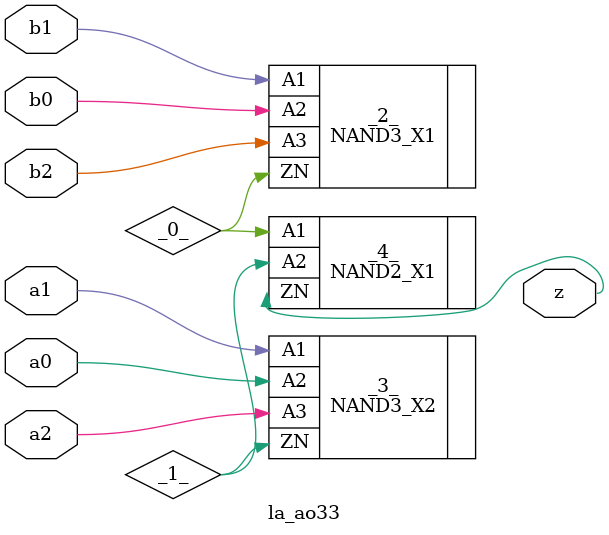
<source format=v>
/* Generated by Yosys 0.37 (git sha1 a5c7f69ed, clang 14.0.0-1ubuntu1.1 -fPIC -Os) */

module la_ao33(a0, a1, a2, b0, b1, b2, z);
  wire _0_;
  wire _1_;
  input a0;
  wire a0;
  input a1;
  wire a1;
  input a2;
  wire a2;
  input b0;
  wire b0;
  input b1;
  wire b1;
  input b2;
  wire b2;
  output z;
  wire z;
  NAND3_X1 _2_ (
    .A1(b1),
    .A2(b0),
    .A3(b2),
    .ZN(_0_)
  );
  NAND3_X2 _3_ (
    .A1(a1),
    .A2(a0),
    .A3(a2),
    .ZN(_1_)
  );
  NAND2_X1 _4_ (
    .A1(_0_),
    .A2(_1_),
    .ZN(z)
  );
endmodule

</source>
